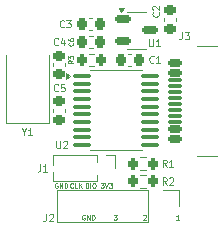
<source format=gbr>
%TF.GenerationSoftware,KiCad,Pcbnew,8.0.6*%
%TF.CreationDate,2024-11-25T04:34:58+09:00*%
%TF.ProjectId,pointify,706f696e-7469-4667-992e-6b696361645f,rev?*%
%TF.SameCoordinates,Original*%
%TF.FileFunction,Legend,Top*%
%TF.FilePolarity,Positive*%
%FSLAX46Y46*%
G04 Gerber Fmt 4.6, Leading zero omitted, Abs format (unit mm)*
G04 Created by KiCad (PCBNEW 8.0.6) date 2024-11-25 04:34:58*
%MOMM*%
%LPD*%
G01*
G04 APERTURE LIST*
G04 Aperture macros list*
%AMRoundRect*
0 Rectangle with rounded corners*
0 $1 Rounding radius*
0 $2 $3 $4 $5 $6 $7 $8 $9 X,Y pos of 4 corners*
0 Add a 4 corners polygon primitive as box body*
4,1,4,$2,$3,$4,$5,$6,$7,$8,$9,$2,$3,0*
0 Add four circle primitives for the rounded corners*
1,1,$1+$1,$2,$3*
1,1,$1+$1,$4,$5*
1,1,$1+$1,$6,$7*
1,1,$1+$1,$8,$9*
0 Add four rect primitives between the rounded corners*
20,1,$1+$1,$2,$3,$4,$5,0*
20,1,$1+$1,$4,$5,$6,$7,0*
20,1,$1+$1,$6,$7,$8,$9,0*
20,1,$1+$1,$8,$9,$2,$3,0*%
G04 Aperture macros list end*
%ADD10C,0.080000*%
%ADD11C,0.100000*%
%ADD12C,0.120000*%
%ADD13R,1.700000X1.700000*%
%ADD14O,1.700000X1.700000*%
%ADD15C,2.200000*%
%ADD16RoundRect,0.225000X0.225000X0.250000X-0.225000X0.250000X-0.225000X-0.250000X0.225000X-0.250000X0*%
%ADD17RoundRect,0.200000X-0.200000X-0.275000X0.200000X-0.275000X0.200000X0.275000X-0.200000X0.275000X0*%
%ADD18RoundRect,0.225000X0.250000X-0.225000X0.250000X0.225000X-0.250000X0.225000X-0.250000X-0.225000X0*%
%ADD19C,0.650000*%
%ADD20RoundRect,0.150000X0.425000X-0.150000X0.425000X0.150000X-0.425000X0.150000X-0.425000X-0.150000X0*%
%ADD21RoundRect,0.075000X0.500000X-0.075000X0.500000X0.075000X-0.500000X0.075000X-0.500000X-0.075000X0*%
%ADD22O,2.100000X1.000000*%
%ADD23O,1.800000X1.000000*%
%ADD24R,2.400000X2.000000*%
%ADD25RoundRect,0.150000X-0.512500X-0.150000X0.512500X-0.150000X0.512500X0.150000X-0.512500X0.150000X0*%
%ADD26RoundRect,0.225000X-0.225000X-0.250000X0.225000X-0.250000X0.225000X0.250000X-0.225000X0.250000X0*%
%ADD27R,1.000000X1.000000*%
%ADD28O,1.000000X1.000000*%
%ADD29RoundRect,0.100000X-0.637500X-0.100000X0.637500X-0.100000X0.637500X0.100000X-0.637500X0.100000X0*%
%ADD30RoundRect,0.200000X0.200000X0.275000X-0.200000X0.275000X-0.200000X-0.275000X0.200000X-0.275000X0*%
%ADD31RoundRect,0.225000X-0.250000X0.225000X-0.250000X-0.225000X0.250000X-0.225000X0.250000X0.225000X0*%
G04 APERTURE END LIST*
D10*
X128709773Y-85146887D02*
X128957392Y-85146887D01*
X128957392Y-85146887D02*
X128824059Y-85299268D01*
X128824059Y-85299268D02*
X128881202Y-85299268D01*
X128881202Y-85299268D02*
X128919297Y-85318316D01*
X128919297Y-85318316D02*
X128938345Y-85337363D01*
X128938345Y-85337363D02*
X128957392Y-85375459D01*
X128957392Y-85375459D02*
X128957392Y-85470697D01*
X128957392Y-85470697D02*
X128938345Y-85508792D01*
X128938345Y-85508792D02*
X128919297Y-85527840D01*
X128919297Y-85527840D02*
X128881202Y-85546887D01*
X128881202Y-85546887D02*
X128766916Y-85546887D01*
X128766916Y-85546887D02*
X128728821Y-85527840D01*
X128728821Y-85527840D02*
X128709773Y-85508792D01*
X129071678Y-85146887D02*
X129205011Y-85546887D01*
X129205011Y-85546887D02*
X129338344Y-85146887D01*
X129433582Y-85146887D02*
X129681201Y-85146887D01*
X129681201Y-85146887D02*
X129547868Y-85299268D01*
X129547868Y-85299268D02*
X129605011Y-85299268D01*
X129605011Y-85299268D02*
X129643106Y-85318316D01*
X129643106Y-85318316D02*
X129662154Y-85337363D01*
X129662154Y-85337363D02*
X129681201Y-85375459D01*
X129681201Y-85375459D02*
X129681201Y-85470697D01*
X129681201Y-85470697D02*
X129662154Y-85508792D01*
X129662154Y-85508792D02*
X129643106Y-85527840D01*
X129643106Y-85527840D02*
X129605011Y-85546887D01*
X129605011Y-85546887D02*
X129490725Y-85546887D01*
X129490725Y-85546887D02*
X129452630Y-85527840D01*
X129452630Y-85527840D02*
X129433582Y-85508792D01*
X132328821Y-87884982D02*
X132347869Y-87865935D01*
X132347869Y-87865935D02*
X132385964Y-87846887D01*
X132385964Y-87846887D02*
X132481202Y-87846887D01*
X132481202Y-87846887D02*
X132519297Y-87865935D01*
X132519297Y-87865935D02*
X132538345Y-87884982D01*
X132538345Y-87884982D02*
X132557392Y-87923078D01*
X132557392Y-87923078D02*
X132557392Y-87961173D01*
X132557392Y-87961173D02*
X132538345Y-88018316D01*
X132538345Y-88018316D02*
X132309773Y-88246887D01*
X132309773Y-88246887D02*
X132557392Y-88246887D01*
X127447869Y-85546887D02*
X127447869Y-85146887D01*
X127447869Y-85146887D02*
X127543107Y-85146887D01*
X127543107Y-85146887D02*
X127600250Y-85165935D01*
X127600250Y-85165935D02*
X127638345Y-85204030D01*
X127638345Y-85204030D02*
X127657392Y-85242125D01*
X127657392Y-85242125D02*
X127676440Y-85318316D01*
X127676440Y-85318316D02*
X127676440Y-85375459D01*
X127676440Y-85375459D02*
X127657392Y-85451649D01*
X127657392Y-85451649D02*
X127638345Y-85489744D01*
X127638345Y-85489744D02*
X127600250Y-85527840D01*
X127600250Y-85527840D02*
X127543107Y-85546887D01*
X127543107Y-85546887D02*
X127447869Y-85546887D01*
X127847869Y-85546887D02*
X127847869Y-85146887D01*
X128114535Y-85146887D02*
X128190726Y-85146887D01*
X128190726Y-85146887D02*
X128228821Y-85165935D01*
X128228821Y-85165935D02*
X128266916Y-85204030D01*
X128266916Y-85204030D02*
X128285964Y-85280220D01*
X128285964Y-85280220D02*
X128285964Y-85413554D01*
X128285964Y-85413554D02*
X128266916Y-85489744D01*
X128266916Y-85489744D02*
X128228821Y-85527840D01*
X128228821Y-85527840D02*
X128190726Y-85546887D01*
X128190726Y-85546887D02*
X128114535Y-85546887D01*
X128114535Y-85546887D02*
X128076440Y-85527840D01*
X128076440Y-85527840D02*
X128038345Y-85489744D01*
X128038345Y-85489744D02*
X128019297Y-85413554D01*
X128019297Y-85413554D02*
X128019297Y-85280220D01*
X128019297Y-85280220D02*
X128038345Y-85204030D01*
X128038345Y-85204030D02*
X128076440Y-85165935D01*
X128076440Y-85165935D02*
X128114535Y-85146887D01*
X125057392Y-85165935D02*
X125019297Y-85146887D01*
X125019297Y-85146887D02*
X124962154Y-85146887D01*
X124962154Y-85146887D02*
X124905011Y-85165935D01*
X124905011Y-85165935D02*
X124866916Y-85204030D01*
X124866916Y-85204030D02*
X124847869Y-85242125D01*
X124847869Y-85242125D02*
X124828821Y-85318316D01*
X124828821Y-85318316D02*
X124828821Y-85375459D01*
X124828821Y-85375459D02*
X124847869Y-85451649D01*
X124847869Y-85451649D02*
X124866916Y-85489744D01*
X124866916Y-85489744D02*
X124905011Y-85527840D01*
X124905011Y-85527840D02*
X124962154Y-85546887D01*
X124962154Y-85546887D02*
X125000250Y-85546887D01*
X125000250Y-85546887D02*
X125057392Y-85527840D01*
X125057392Y-85527840D02*
X125076440Y-85508792D01*
X125076440Y-85508792D02*
X125076440Y-85375459D01*
X125076440Y-85375459D02*
X125000250Y-85375459D01*
X125247869Y-85546887D02*
X125247869Y-85146887D01*
X125247869Y-85146887D02*
X125476440Y-85546887D01*
X125476440Y-85546887D02*
X125476440Y-85146887D01*
X125666917Y-85546887D02*
X125666917Y-85146887D01*
X125666917Y-85146887D02*
X125762155Y-85146887D01*
X125762155Y-85146887D02*
X125819298Y-85165935D01*
X125819298Y-85165935D02*
X125857393Y-85204030D01*
X125857393Y-85204030D02*
X125876440Y-85242125D01*
X125876440Y-85242125D02*
X125895488Y-85318316D01*
X125895488Y-85318316D02*
X125895488Y-85375459D01*
X125895488Y-85375459D02*
X125876440Y-85451649D01*
X125876440Y-85451649D02*
X125857393Y-85489744D01*
X125857393Y-85489744D02*
X125819298Y-85527840D01*
X125819298Y-85527840D02*
X125762155Y-85546887D01*
X125762155Y-85546887D02*
X125666917Y-85546887D01*
X127357392Y-87865935D02*
X127319297Y-87846887D01*
X127319297Y-87846887D02*
X127262154Y-87846887D01*
X127262154Y-87846887D02*
X127205011Y-87865935D01*
X127205011Y-87865935D02*
X127166916Y-87904030D01*
X127166916Y-87904030D02*
X127147869Y-87942125D01*
X127147869Y-87942125D02*
X127128821Y-88018316D01*
X127128821Y-88018316D02*
X127128821Y-88075459D01*
X127128821Y-88075459D02*
X127147869Y-88151649D01*
X127147869Y-88151649D02*
X127166916Y-88189744D01*
X127166916Y-88189744D02*
X127205011Y-88227840D01*
X127205011Y-88227840D02*
X127262154Y-88246887D01*
X127262154Y-88246887D02*
X127300250Y-88246887D01*
X127300250Y-88246887D02*
X127357392Y-88227840D01*
X127357392Y-88227840D02*
X127376440Y-88208792D01*
X127376440Y-88208792D02*
X127376440Y-88075459D01*
X127376440Y-88075459D02*
X127300250Y-88075459D01*
X127547869Y-88246887D02*
X127547869Y-87846887D01*
X127547869Y-87846887D02*
X127776440Y-88246887D01*
X127776440Y-88246887D02*
X127776440Y-87846887D01*
X127966917Y-88246887D02*
X127966917Y-87846887D01*
X127966917Y-87846887D02*
X128062155Y-87846887D01*
X128062155Y-87846887D02*
X128119298Y-87865935D01*
X128119298Y-87865935D02*
X128157393Y-87904030D01*
X128157393Y-87904030D02*
X128176440Y-87942125D01*
X128176440Y-87942125D02*
X128195488Y-88018316D01*
X128195488Y-88018316D02*
X128195488Y-88075459D01*
X128195488Y-88075459D02*
X128176440Y-88151649D01*
X128176440Y-88151649D02*
X128157393Y-88189744D01*
X128157393Y-88189744D02*
X128119298Y-88227840D01*
X128119298Y-88227840D02*
X128062155Y-88246887D01*
X128062155Y-88246887D02*
X127966917Y-88246887D01*
X135357392Y-88246887D02*
X135128821Y-88246887D01*
X135243107Y-88246887D02*
X135243107Y-87846887D01*
X135243107Y-87846887D02*
X135205011Y-87904030D01*
X135205011Y-87904030D02*
X135166916Y-87942125D01*
X135166916Y-87942125D02*
X135128821Y-87961173D01*
X129809773Y-87846887D02*
X130057392Y-87846887D01*
X130057392Y-87846887D02*
X129924059Y-87999268D01*
X129924059Y-87999268D02*
X129981202Y-87999268D01*
X129981202Y-87999268D02*
X130019297Y-88018316D01*
X130019297Y-88018316D02*
X130038345Y-88037363D01*
X130038345Y-88037363D02*
X130057392Y-88075459D01*
X130057392Y-88075459D02*
X130057392Y-88170697D01*
X130057392Y-88170697D02*
X130038345Y-88208792D01*
X130038345Y-88208792D02*
X130019297Y-88227840D01*
X130019297Y-88227840D02*
X129981202Y-88246887D01*
X129981202Y-88246887D02*
X129866916Y-88246887D01*
X129866916Y-88246887D02*
X129828821Y-88227840D01*
X129828821Y-88227840D02*
X129809773Y-88208792D01*
X126376440Y-85508792D02*
X126357392Y-85527840D01*
X126357392Y-85527840D02*
X126300250Y-85546887D01*
X126300250Y-85546887D02*
X126262154Y-85546887D01*
X126262154Y-85546887D02*
X126205011Y-85527840D01*
X126205011Y-85527840D02*
X126166916Y-85489744D01*
X126166916Y-85489744D02*
X126147869Y-85451649D01*
X126147869Y-85451649D02*
X126128821Y-85375459D01*
X126128821Y-85375459D02*
X126128821Y-85318316D01*
X126128821Y-85318316D02*
X126147869Y-85242125D01*
X126147869Y-85242125D02*
X126166916Y-85204030D01*
X126166916Y-85204030D02*
X126205011Y-85165935D01*
X126205011Y-85165935D02*
X126262154Y-85146887D01*
X126262154Y-85146887D02*
X126300250Y-85146887D01*
X126300250Y-85146887D02*
X126357392Y-85165935D01*
X126357392Y-85165935D02*
X126376440Y-85184982D01*
X126738345Y-85546887D02*
X126547869Y-85546887D01*
X126547869Y-85546887D02*
X126547869Y-85146887D01*
X126871679Y-85546887D02*
X126871679Y-85146887D01*
X127100250Y-85546887D02*
X126928821Y-85318316D01*
X127100250Y-85146887D02*
X126871679Y-85375459D01*
D11*
X124099999Y-87772371D02*
X124099999Y-88200942D01*
X124099999Y-88200942D02*
X124071428Y-88286657D01*
X124071428Y-88286657D02*
X124014285Y-88343800D01*
X124014285Y-88343800D02*
X123928571Y-88372371D01*
X123928571Y-88372371D02*
X123871428Y-88372371D01*
X124357142Y-87829514D02*
X124385714Y-87800942D01*
X124385714Y-87800942D02*
X124442857Y-87772371D01*
X124442857Y-87772371D02*
X124585714Y-87772371D01*
X124585714Y-87772371D02*
X124642857Y-87800942D01*
X124642857Y-87800942D02*
X124671428Y-87829514D01*
X124671428Y-87829514D02*
X124699999Y-87886657D01*
X124699999Y-87886657D02*
X124699999Y-87943800D01*
X124699999Y-87943800D02*
X124671428Y-88029514D01*
X124671428Y-88029514D02*
X124328571Y-88372371D01*
X124328571Y-88372371D02*
X124699999Y-88372371D01*
X125600000Y-71915228D02*
X125571428Y-71943800D01*
X125571428Y-71943800D02*
X125485714Y-71972371D01*
X125485714Y-71972371D02*
X125428571Y-71972371D01*
X125428571Y-71972371D02*
X125342857Y-71943800D01*
X125342857Y-71943800D02*
X125285714Y-71886657D01*
X125285714Y-71886657D02*
X125257143Y-71829514D01*
X125257143Y-71829514D02*
X125228571Y-71715228D01*
X125228571Y-71715228D02*
X125228571Y-71629514D01*
X125228571Y-71629514D02*
X125257143Y-71515228D01*
X125257143Y-71515228D02*
X125285714Y-71458085D01*
X125285714Y-71458085D02*
X125342857Y-71400942D01*
X125342857Y-71400942D02*
X125428571Y-71372371D01*
X125428571Y-71372371D02*
X125485714Y-71372371D01*
X125485714Y-71372371D02*
X125571428Y-71400942D01*
X125571428Y-71400942D02*
X125600000Y-71429514D01*
X125800000Y-71372371D02*
X126171428Y-71372371D01*
X126171428Y-71372371D02*
X125971428Y-71600942D01*
X125971428Y-71600942D02*
X126057143Y-71600942D01*
X126057143Y-71600942D02*
X126114286Y-71629514D01*
X126114286Y-71629514D02*
X126142857Y-71658085D01*
X126142857Y-71658085D02*
X126171428Y-71715228D01*
X126171428Y-71715228D02*
X126171428Y-71858085D01*
X126171428Y-71858085D02*
X126142857Y-71915228D01*
X126142857Y-71915228D02*
X126114286Y-71943800D01*
X126114286Y-71943800D02*
X126057143Y-71972371D01*
X126057143Y-71972371D02*
X125885714Y-71972371D01*
X125885714Y-71972371D02*
X125828571Y-71943800D01*
X125828571Y-71943800D02*
X125800000Y-71915228D01*
X134300000Y-83772371D02*
X134100000Y-83486657D01*
X133957143Y-83772371D02*
X133957143Y-83172371D01*
X133957143Y-83172371D02*
X134185714Y-83172371D01*
X134185714Y-83172371D02*
X134242857Y-83200942D01*
X134242857Y-83200942D02*
X134271428Y-83229514D01*
X134271428Y-83229514D02*
X134300000Y-83286657D01*
X134300000Y-83286657D02*
X134300000Y-83372371D01*
X134300000Y-83372371D02*
X134271428Y-83429514D01*
X134271428Y-83429514D02*
X134242857Y-83458085D01*
X134242857Y-83458085D02*
X134185714Y-83486657D01*
X134185714Y-83486657D02*
X133957143Y-83486657D01*
X134871428Y-83772371D02*
X134528571Y-83772371D01*
X134700000Y-83772371D02*
X134700000Y-83172371D01*
X134700000Y-83172371D02*
X134642857Y-83258085D01*
X134642857Y-83258085D02*
X134585714Y-83315228D01*
X134585714Y-83315228D02*
X134528571Y-83343800D01*
X133615228Y-70699999D02*
X133643800Y-70728571D01*
X133643800Y-70728571D02*
X133672371Y-70814285D01*
X133672371Y-70814285D02*
X133672371Y-70871428D01*
X133672371Y-70871428D02*
X133643800Y-70957142D01*
X133643800Y-70957142D02*
X133586657Y-71014285D01*
X133586657Y-71014285D02*
X133529514Y-71042856D01*
X133529514Y-71042856D02*
X133415228Y-71071428D01*
X133415228Y-71071428D02*
X133329514Y-71071428D01*
X133329514Y-71071428D02*
X133215228Y-71042856D01*
X133215228Y-71042856D02*
X133158085Y-71014285D01*
X133158085Y-71014285D02*
X133100942Y-70957142D01*
X133100942Y-70957142D02*
X133072371Y-70871428D01*
X133072371Y-70871428D02*
X133072371Y-70814285D01*
X133072371Y-70814285D02*
X133100942Y-70728571D01*
X133100942Y-70728571D02*
X133129514Y-70699999D01*
X133129514Y-70471428D02*
X133100942Y-70442856D01*
X133100942Y-70442856D02*
X133072371Y-70385714D01*
X133072371Y-70385714D02*
X133072371Y-70242856D01*
X133072371Y-70242856D02*
X133100942Y-70185714D01*
X133100942Y-70185714D02*
X133129514Y-70157142D01*
X133129514Y-70157142D02*
X133186657Y-70128571D01*
X133186657Y-70128571D02*
X133243800Y-70128571D01*
X133243800Y-70128571D02*
X133329514Y-70157142D01*
X133329514Y-70157142D02*
X133672371Y-70499999D01*
X133672371Y-70499999D02*
X133672371Y-70128571D01*
D10*
X126342792Y-73266666D02*
X126361840Y-73285714D01*
X126361840Y-73285714D02*
X126380887Y-73342856D01*
X126380887Y-73342856D02*
X126380887Y-73380952D01*
X126380887Y-73380952D02*
X126361840Y-73438095D01*
X126361840Y-73438095D02*
X126323744Y-73476190D01*
X126323744Y-73476190D02*
X126285649Y-73495237D01*
X126285649Y-73495237D02*
X126209459Y-73514285D01*
X126209459Y-73514285D02*
X126152316Y-73514285D01*
X126152316Y-73514285D02*
X126076125Y-73495237D01*
X126076125Y-73495237D02*
X126038030Y-73476190D01*
X126038030Y-73476190D02*
X125999935Y-73438095D01*
X125999935Y-73438095D02*
X125980887Y-73380952D01*
X125980887Y-73380952D02*
X125980887Y-73342856D01*
X125980887Y-73342856D02*
X125999935Y-73285714D01*
X125999935Y-73285714D02*
X126018982Y-73266666D01*
X125980887Y-72923809D02*
X125980887Y-72999999D01*
X125980887Y-72999999D02*
X125999935Y-73038095D01*
X125999935Y-73038095D02*
X126018982Y-73057142D01*
X126018982Y-73057142D02*
X126076125Y-73095237D01*
X126076125Y-73095237D02*
X126152316Y-73114285D01*
X126152316Y-73114285D02*
X126304697Y-73114285D01*
X126304697Y-73114285D02*
X126342792Y-73095237D01*
X126342792Y-73095237D02*
X126361840Y-73076190D01*
X126361840Y-73076190D02*
X126380887Y-73038095D01*
X126380887Y-73038095D02*
X126380887Y-72961904D01*
X126380887Y-72961904D02*
X126361840Y-72923809D01*
X126361840Y-72923809D02*
X126342792Y-72904761D01*
X126342792Y-72904761D02*
X126304697Y-72885714D01*
X126304697Y-72885714D02*
X126209459Y-72885714D01*
X126209459Y-72885714D02*
X126171363Y-72904761D01*
X126171363Y-72904761D02*
X126152316Y-72923809D01*
X126152316Y-72923809D02*
X126133268Y-72961904D01*
X126133268Y-72961904D02*
X126133268Y-73038095D01*
X126133268Y-73038095D02*
X126152316Y-73076190D01*
X126152316Y-73076190D02*
X126171363Y-73095237D01*
X126171363Y-73095237D02*
X126209459Y-73114285D01*
D11*
X135599999Y-72372371D02*
X135599999Y-72800942D01*
X135599999Y-72800942D02*
X135571428Y-72886657D01*
X135571428Y-72886657D02*
X135514285Y-72943800D01*
X135514285Y-72943800D02*
X135428571Y-72972371D01*
X135428571Y-72972371D02*
X135371428Y-72972371D01*
X135828571Y-72372371D02*
X136199999Y-72372371D01*
X136199999Y-72372371D02*
X135999999Y-72600942D01*
X135999999Y-72600942D02*
X136085714Y-72600942D01*
X136085714Y-72600942D02*
X136142857Y-72629514D01*
X136142857Y-72629514D02*
X136171428Y-72658085D01*
X136171428Y-72658085D02*
X136199999Y-72715228D01*
X136199999Y-72715228D02*
X136199999Y-72858085D01*
X136199999Y-72858085D02*
X136171428Y-72915228D01*
X136171428Y-72915228D02*
X136142857Y-72943800D01*
X136142857Y-72943800D02*
X136085714Y-72972371D01*
X136085714Y-72972371D02*
X135914285Y-72972371D01*
X135914285Y-72972371D02*
X135857142Y-72943800D01*
X135857142Y-72943800D02*
X135828571Y-72915228D01*
X122214285Y-80786657D02*
X122214285Y-81072371D01*
X122014285Y-80472371D02*
X122214285Y-80786657D01*
X122214285Y-80786657D02*
X122414285Y-80472371D01*
X122928571Y-81072371D02*
X122585714Y-81072371D01*
X122757143Y-81072371D02*
X122757143Y-80472371D01*
X122757143Y-80472371D02*
X122700000Y-80558085D01*
X122700000Y-80558085D02*
X122642857Y-80615228D01*
X122642857Y-80615228D02*
X122585714Y-80643800D01*
X132805357Y-72972371D02*
X132805357Y-73458085D01*
X132805357Y-73458085D02*
X132833928Y-73515228D01*
X132833928Y-73515228D02*
X132862500Y-73543800D01*
X132862500Y-73543800D02*
X132919642Y-73572371D01*
X132919642Y-73572371D02*
X133033928Y-73572371D01*
X133033928Y-73572371D02*
X133091071Y-73543800D01*
X133091071Y-73543800D02*
X133119642Y-73515228D01*
X133119642Y-73515228D02*
X133148214Y-73458085D01*
X133148214Y-73458085D02*
X133148214Y-72972371D01*
X133748213Y-73572371D02*
X133405356Y-73572371D01*
X133576785Y-73572371D02*
X133576785Y-72972371D01*
X133576785Y-72972371D02*
X133519642Y-73058085D01*
X133519642Y-73058085D02*
X133462499Y-73115228D01*
X133462499Y-73115228D02*
X133405356Y-73143800D01*
X133200000Y-74915228D02*
X133171428Y-74943800D01*
X133171428Y-74943800D02*
X133085714Y-74972371D01*
X133085714Y-74972371D02*
X133028571Y-74972371D01*
X133028571Y-74972371D02*
X132942857Y-74943800D01*
X132942857Y-74943800D02*
X132885714Y-74886657D01*
X132885714Y-74886657D02*
X132857143Y-74829514D01*
X132857143Y-74829514D02*
X132828571Y-74715228D01*
X132828571Y-74715228D02*
X132828571Y-74629514D01*
X132828571Y-74629514D02*
X132857143Y-74515228D01*
X132857143Y-74515228D02*
X132885714Y-74458085D01*
X132885714Y-74458085D02*
X132942857Y-74400942D01*
X132942857Y-74400942D02*
X133028571Y-74372371D01*
X133028571Y-74372371D02*
X133085714Y-74372371D01*
X133085714Y-74372371D02*
X133171428Y-74400942D01*
X133171428Y-74400942D02*
X133200000Y-74429514D01*
X133771428Y-74972371D02*
X133428571Y-74972371D01*
X133600000Y-74972371D02*
X133600000Y-74372371D01*
X133600000Y-74372371D02*
X133542857Y-74458085D01*
X133542857Y-74458085D02*
X133485714Y-74515228D01*
X133485714Y-74515228D02*
X133428571Y-74543800D01*
X134300000Y-85272371D02*
X134100000Y-84986657D01*
X133957143Y-85272371D02*
X133957143Y-84672371D01*
X133957143Y-84672371D02*
X134185714Y-84672371D01*
X134185714Y-84672371D02*
X134242857Y-84700942D01*
X134242857Y-84700942D02*
X134271428Y-84729514D01*
X134271428Y-84729514D02*
X134300000Y-84786657D01*
X134300000Y-84786657D02*
X134300000Y-84872371D01*
X134300000Y-84872371D02*
X134271428Y-84929514D01*
X134271428Y-84929514D02*
X134242857Y-84958085D01*
X134242857Y-84958085D02*
X134185714Y-84986657D01*
X134185714Y-84986657D02*
X133957143Y-84986657D01*
X134528571Y-84729514D02*
X134557143Y-84700942D01*
X134557143Y-84700942D02*
X134614286Y-84672371D01*
X134614286Y-84672371D02*
X134757143Y-84672371D01*
X134757143Y-84672371D02*
X134814286Y-84700942D01*
X134814286Y-84700942D02*
X134842857Y-84729514D01*
X134842857Y-84729514D02*
X134871428Y-84786657D01*
X134871428Y-84786657D02*
X134871428Y-84843800D01*
X134871428Y-84843800D02*
X134842857Y-84929514D01*
X134842857Y-84929514D02*
X134500000Y-85272371D01*
X134500000Y-85272371D02*
X134871428Y-85272371D01*
X123599999Y-83572371D02*
X123599999Y-84000942D01*
X123599999Y-84000942D02*
X123571428Y-84086657D01*
X123571428Y-84086657D02*
X123514285Y-84143800D01*
X123514285Y-84143800D02*
X123428571Y-84172371D01*
X123428571Y-84172371D02*
X123371428Y-84172371D01*
X124199999Y-84172371D02*
X123857142Y-84172371D01*
X124028571Y-84172371D02*
X124028571Y-83572371D01*
X124028571Y-83572371D02*
X123971428Y-83658085D01*
X123971428Y-83658085D02*
X123914285Y-83715228D01*
X123914285Y-83715228D02*
X123857142Y-83743800D01*
X125100000Y-73415228D02*
X125071428Y-73443800D01*
X125071428Y-73443800D02*
X124985714Y-73472371D01*
X124985714Y-73472371D02*
X124928571Y-73472371D01*
X124928571Y-73472371D02*
X124842857Y-73443800D01*
X124842857Y-73443800D02*
X124785714Y-73386657D01*
X124785714Y-73386657D02*
X124757143Y-73329514D01*
X124757143Y-73329514D02*
X124728571Y-73215228D01*
X124728571Y-73215228D02*
X124728571Y-73129514D01*
X124728571Y-73129514D02*
X124757143Y-73015228D01*
X124757143Y-73015228D02*
X124785714Y-72958085D01*
X124785714Y-72958085D02*
X124842857Y-72900942D01*
X124842857Y-72900942D02*
X124928571Y-72872371D01*
X124928571Y-72872371D02*
X124985714Y-72872371D01*
X124985714Y-72872371D02*
X125071428Y-72900942D01*
X125071428Y-72900942D02*
X125100000Y-72929514D01*
X125614286Y-73072371D02*
X125614286Y-73472371D01*
X125471428Y-72843800D02*
X125328571Y-73272371D01*
X125328571Y-73272371D02*
X125700000Y-73272371D01*
X124942857Y-81572371D02*
X124942857Y-82058085D01*
X124942857Y-82058085D02*
X124971428Y-82115228D01*
X124971428Y-82115228D02*
X125000000Y-82143800D01*
X125000000Y-82143800D02*
X125057142Y-82172371D01*
X125057142Y-82172371D02*
X125171428Y-82172371D01*
X125171428Y-82172371D02*
X125228571Y-82143800D01*
X125228571Y-82143800D02*
X125257142Y-82115228D01*
X125257142Y-82115228D02*
X125285714Y-82058085D01*
X125285714Y-82058085D02*
X125285714Y-81572371D01*
X125542856Y-81629514D02*
X125571428Y-81600942D01*
X125571428Y-81600942D02*
X125628571Y-81572371D01*
X125628571Y-81572371D02*
X125771428Y-81572371D01*
X125771428Y-81572371D02*
X125828571Y-81600942D01*
X125828571Y-81600942D02*
X125857142Y-81629514D01*
X125857142Y-81629514D02*
X125885713Y-81686657D01*
X125885713Y-81686657D02*
X125885713Y-81743800D01*
X125885713Y-81743800D02*
X125857142Y-81829514D01*
X125857142Y-81829514D02*
X125514285Y-82172371D01*
X125514285Y-82172371D02*
X125885713Y-82172371D01*
D10*
X126380887Y-74766666D02*
X126190411Y-74899999D01*
X126380887Y-74995237D02*
X125980887Y-74995237D01*
X125980887Y-74995237D02*
X125980887Y-74842856D01*
X125980887Y-74842856D02*
X125999935Y-74804761D01*
X125999935Y-74804761D02*
X126018982Y-74785714D01*
X126018982Y-74785714D02*
X126057078Y-74766666D01*
X126057078Y-74766666D02*
X126114220Y-74766666D01*
X126114220Y-74766666D02*
X126152316Y-74785714D01*
X126152316Y-74785714D02*
X126171363Y-74804761D01*
X126171363Y-74804761D02*
X126190411Y-74842856D01*
X126190411Y-74842856D02*
X126190411Y-74995237D01*
X125980887Y-74633333D02*
X125980887Y-74385714D01*
X125980887Y-74385714D02*
X126133268Y-74519047D01*
X126133268Y-74519047D02*
X126133268Y-74461904D01*
X126133268Y-74461904D02*
X126152316Y-74423809D01*
X126152316Y-74423809D02*
X126171363Y-74404761D01*
X126171363Y-74404761D02*
X126209459Y-74385714D01*
X126209459Y-74385714D02*
X126304697Y-74385714D01*
X126304697Y-74385714D02*
X126342792Y-74404761D01*
X126342792Y-74404761D02*
X126361840Y-74423809D01*
X126361840Y-74423809D02*
X126380887Y-74461904D01*
X126380887Y-74461904D02*
X126380887Y-74576190D01*
X126380887Y-74576190D02*
X126361840Y-74614285D01*
X126361840Y-74614285D02*
X126342792Y-74633333D01*
D11*
X125100000Y-77315228D02*
X125071428Y-77343800D01*
X125071428Y-77343800D02*
X124985714Y-77372371D01*
X124985714Y-77372371D02*
X124928571Y-77372371D01*
X124928571Y-77372371D02*
X124842857Y-77343800D01*
X124842857Y-77343800D02*
X124785714Y-77286657D01*
X124785714Y-77286657D02*
X124757143Y-77229514D01*
X124757143Y-77229514D02*
X124728571Y-77115228D01*
X124728571Y-77115228D02*
X124728571Y-77029514D01*
X124728571Y-77029514D02*
X124757143Y-76915228D01*
X124757143Y-76915228D02*
X124785714Y-76858085D01*
X124785714Y-76858085D02*
X124842857Y-76800942D01*
X124842857Y-76800942D02*
X124928571Y-76772371D01*
X124928571Y-76772371D02*
X124985714Y-76772371D01*
X124985714Y-76772371D02*
X125071428Y-76800942D01*
X125071428Y-76800942D02*
X125100000Y-76829514D01*
X125642857Y-76772371D02*
X125357143Y-76772371D01*
X125357143Y-76772371D02*
X125328571Y-77058085D01*
X125328571Y-77058085D02*
X125357143Y-77029514D01*
X125357143Y-77029514D02*
X125414286Y-77000942D01*
X125414286Y-77000942D02*
X125557143Y-77000942D01*
X125557143Y-77000942D02*
X125614286Y-77029514D01*
X125614286Y-77029514D02*
X125642857Y-77058085D01*
X125642857Y-77058085D02*
X125671428Y-77115228D01*
X125671428Y-77115228D02*
X125671428Y-77258085D01*
X125671428Y-77258085D02*
X125642857Y-77315228D01*
X125642857Y-77315228D02*
X125614286Y-77343800D01*
X125614286Y-77343800D02*
X125557143Y-77372371D01*
X125557143Y-77372371D02*
X125414286Y-77372371D01*
X125414286Y-77372371D02*
X125357143Y-77343800D01*
X125357143Y-77343800D02*
X125328571Y-77315228D01*
D12*
%TO.C,J2*%
X125050000Y-85770000D02*
X125050000Y-88430000D01*
X132730000Y-85770000D02*
X125050000Y-85770000D01*
X132730000Y-85770000D02*
X132730000Y-88430000D01*
X132730000Y-88430000D02*
X125050000Y-88430000D01*
X134000000Y-85770000D02*
X135330000Y-85770000D01*
X135330000Y-85770000D02*
X135330000Y-87100000D01*
%TO.C,C3*%
X128015580Y-71190000D02*
X127734420Y-71190000D01*
X128015580Y-72210000D02*
X127734420Y-72210000D01*
%TO.C,R1*%
X132062742Y-82977500D02*
X132537258Y-82977500D01*
X132062742Y-84022500D02*
X132537258Y-84022500D01*
%TO.C,C2*%
X134090000Y-71440580D02*
X134090000Y-71159420D01*
X135110000Y-71440580D02*
X135110000Y-71159420D01*
%TO.C,C6*%
X128040580Y-73710000D02*
X127759420Y-73710000D01*
X128040580Y-72690000D02*
X127759420Y-72690000D01*
%TO.C,J3*%
X138590000Y-73530000D02*
X136890000Y-73530000D01*
X138590000Y-82870000D02*
X136890000Y-82870000D01*
%TO.C,Y1*%
X120700000Y-74300000D02*
X120700000Y-80050000D01*
X120700000Y-80050000D02*
X124300000Y-80050000D01*
X124300000Y-80050000D02*
X124300000Y-74300000D01*
%TO.C,U1*%
X131762500Y-70640000D02*
X130962500Y-70640000D01*
X131762500Y-70640000D02*
X132562500Y-70640000D01*
X131762500Y-73760000D02*
X130962500Y-73760000D01*
X131762500Y-73760000D02*
X132562500Y-73760000D01*
X130462500Y-70690000D02*
X130222500Y-70360000D01*
X130702500Y-70360000D01*
X130462500Y-70690000D01*
G36*
X130462500Y-70690000D02*
G01*
X130222500Y-70360000D01*
X130702500Y-70360000D01*
X130462500Y-70690000D01*
G37*
%TO.C,C1*%
X131034420Y-74190000D02*
X131315580Y-74190000D01*
X131034420Y-75210000D02*
X131315580Y-75210000D01*
%TO.C,R2*%
X132062742Y-84477500D02*
X132537258Y-84477500D01*
X132062742Y-85522500D02*
X132537258Y-85522500D01*
%TO.C,J1*%
X124665000Y-82790000D02*
X124665000Y-83592470D01*
X124665000Y-84207530D02*
X124665000Y-85010000D01*
X128410000Y-82790000D02*
X124665000Y-82790000D01*
X128410000Y-82790000D02*
X128410000Y-83336529D01*
X128410000Y-84463471D02*
X128410000Y-85010000D01*
X128410000Y-85010000D02*
X124665000Y-85010000D01*
X129170000Y-82790000D02*
X129930000Y-82790000D01*
X129930000Y-82790000D02*
X129930000Y-83900000D01*
%TO.C,C4*%
X124690000Y-75265580D02*
X124690000Y-74984420D01*
X125710000Y-75265580D02*
X125710000Y-74984420D01*
%TO.C,U2*%
X130000000Y-75615000D02*
X127800000Y-75615000D01*
X130000000Y-75615000D02*
X132200000Y-75615000D01*
X130000000Y-82385000D02*
X127800000Y-82385000D01*
X130000000Y-82385000D02*
X132200000Y-82385000D01*
X126140000Y-76075000D02*
X125810000Y-76315000D01*
X125810000Y-75835000D01*
X126140000Y-76075000D01*
G36*
X126140000Y-76075000D02*
G01*
X125810000Y-76315000D01*
X125810000Y-75835000D01*
X126140000Y-76075000D01*
G37*
%TO.C,R3*%
X128162258Y-75222500D02*
X127687742Y-75222500D01*
X128162258Y-74177500D02*
X127687742Y-74177500D01*
%TO.C,C5*%
X124690000Y-78859420D02*
X124690000Y-79140580D01*
X125710000Y-78859420D02*
X125710000Y-79140580D01*
%TD*%
%LPC*%
D13*
%TO.C,J2*%
X134000000Y-87100000D03*
D14*
X131460000Y-87100000D03*
X128920000Y-87100000D03*
X126380000Y-87100000D03*
%TD*%
D15*
%TO.C,REF\u002A\u002A*%
X138400000Y-86500000D03*
%TD*%
D16*
%TO.C,C3*%
X128650000Y-71700000D03*
X127100000Y-71700000D03*
%TD*%
D17*
%TO.C,R1*%
X131475000Y-83500000D03*
X133125000Y-83500000D03*
%TD*%
D18*
%TO.C,C2*%
X134600000Y-72075000D03*
X134600000Y-70525000D03*
%TD*%
D16*
%TO.C,C6*%
X128675000Y-73200000D03*
X127125000Y-73200000D03*
%TD*%
D19*
%TO.C,J3*%
X136085000Y-81090000D03*
X136085000Y-75310000D03*
D20*
X135010000Y-81400000D03*
X135010000Y-80600000D03*
D21*
X135010000Y-79450000D03*
X135010000Y-78450000D03*
X135010000Y-77950000D03*
X135010000Y-76950000D03*
D20*
X135010000Y-75800000D03*
X135010000Y-75000000D03*
X135010000Y-75000000D03*
X135010000Y-75800000D03*
D21*
X135010000Y-76450000D03*
X135010000Y-77450000D03*
X135010000Y-78950000D03*
X135010000Y-79950000D03*
D20*
X135010000Y-80600000D03*
X135010000Y-81400000D03*
D22*
X135585000Y-82520000D03*
D23*
X139765000Y-82520000D03*
D22*
X135585000Y-73880000D03*
D23*
X139765000Y-73880000D03*
%TD*%
D24*
%TO.C,Y1*%
X122500000Y-78850000D03*
X122500000Y-75150000D03*
%TD*%
D25*
%TO.C,U1*%
X130625000Y-71250000D03*
X130625000Y-73150000D03*
X132900000Y-72200000D03*
%TD*%
D26*
%TO.C,C1*%
X130400000Y-74700000D03*
X131950000Y-74700000D03*
%TD*%
D17*
%TO.C,R2*%
X131475000Y-85000000D03*
X133125000Y-85000000D03*
%TD*%
D27*
%TO.C,J1*%
X129170000Y-83900000D03*
D28*
X127900000Y-83900000D03*
X126630000Y-83900000D03*
X125360000Y-83900000D03*
%TD*%
D18*
%TO.C,C4*%
X125200000Y-75900000D03*
X125200000Y-74350000D03*
%TD*%
D29*
%TO.C,U2*%
X127137500Y-76075000D03*
X127137500Y-76725000D03*
X127137500Y-77375000D03*
X127137500Y-78025000D03*
X127137500Y-78675000D03*
X127137500Y-79325000D03*
X127137500Y-79975000D03*
X127137500Y-80625000D03*
X127137500Y-81275000D03*
X127137500Y-81925000D03*
X132862500Y-81925000D03*
X132862500Y-81275000D03*
X132862500Y-80625000D03*
X132862500Y-79975000D03*
X132862500Y-79325000D03*
X132862500Y-78675000D03*
X132862500Y-78025000D03*
X132862500Y-77375000D03*
X132862500Y-76725000D03*
X132862500Y-76075000D03*
%TD*%
D15*
%TO.C,REF\u002A\u002A*%
X138400000Y-70000000D03*
%TD*%
%TO.C,REF\u002A\u002A*%
X121900000Y-86500000D03*
%TD*%
D30*
%TO.C,R3*%
X128750000Y-74700000D03*
X127100000Y-74700000D03*
%TD*%
D31*
%TO.C,C5*%
X125200000Y-78225000D03*
X125200000Y-79775000D03*
%TD*%
D15*
%TO.C,REF\u002A\u002A*%
X121900000Y-70000000D03*
%TD*%
%LPD*%
M02*

</source>
